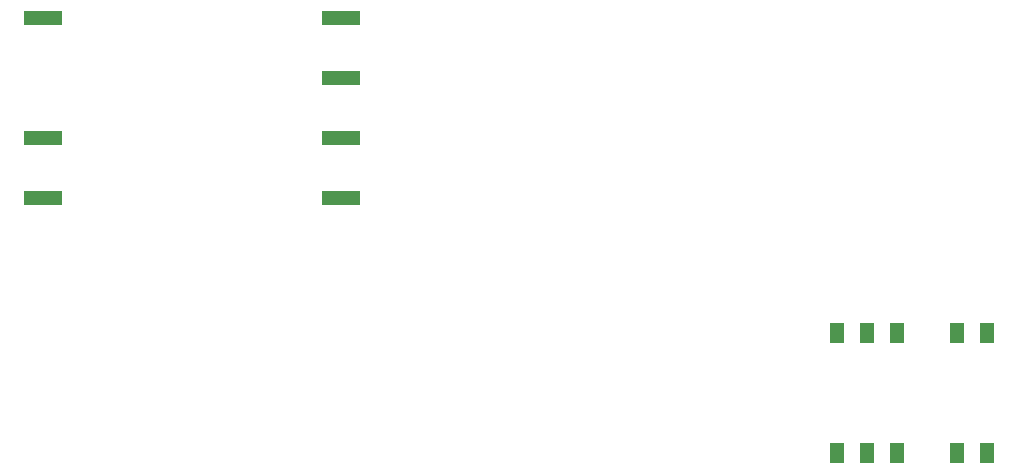
<source format=gbr>
%TF.GenerationSoftware,KiCad,Pcbnew,5.1.9+dfsg1-1+deb11u1*%
%TF.CreationDate,2024-06-09T15:48:32+02:00*%
%TF.ProjectId,pcb_boven,7063625f-626f-4766-956e-2e6b69636164,rev?*%
%TF.SameCoordinates,Original*%
%TF.FileFunction,Paste,Top*%
%TF.FilePolarity,Positive*%
%FSLAX46Y46*%
G04 Gerber Fmt 4.6, Leading zero omitted, Abs format (unit mm)*
G04 Created by KiCad (PCBNEW 5.1.9+dfsg1-1+deb11u1) date 2024-06-09 15:48:32*
%MOMM*%
%LPD*%
G01*
G04 APERTURE LIST*
%ADD10R,1.200000X1.800000*%
%ADD11R,3.200000X1.200000*%
G04 APERTURE END LIST*
D10*
%TO.C,5V_converter1*%
X146050000Y-82570000D03*
X148590000Y-82570000D03*
X151130000Y-82570000D03*
X156210000Y-82570000D03*
X158750000Y-82570000D03*
X158750000Y-72370000D03*
X156210000Y-72370000D03*
X151130000Y-72370000D03*
X148590000Y-72370000D03*
X146050000Y-72370000D03*
%TD*%
D11*
%TO.C,3V3_converter1*%
X78840000Y-45720000D03*
X78840000Y-55880000D03*
X78840000Y-60960000D03*
X104040000Y-60960000D03*
X104040000Y-55880000D03*
X104040000Y-50800000D03*
X104040000Y-45720000D03*
%TD*%
M02*

</source>
